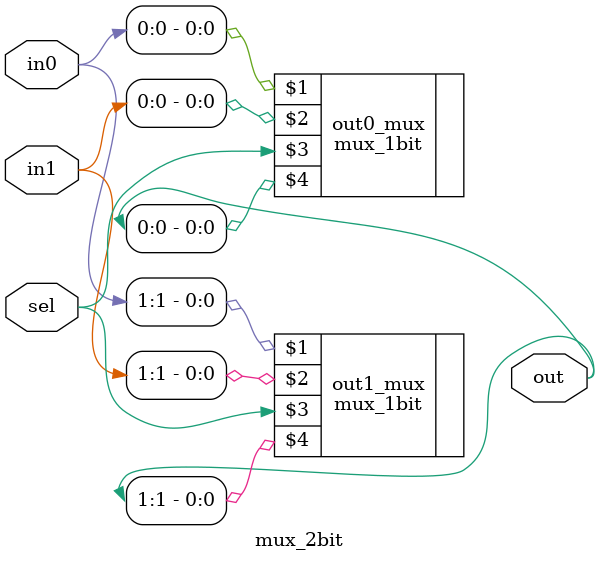
<source format=v>
module mux_2bit(in0, in1, sel, out);
    input [1:0] in0, in1;
    input sel;
    output [1:0] out;

    mux_1bit out0_mux(in0[0], in1[0], sel, out[0]),
             out1_mux(in0[1], in1[1], sel, out[1]);
endmodule
</source>
